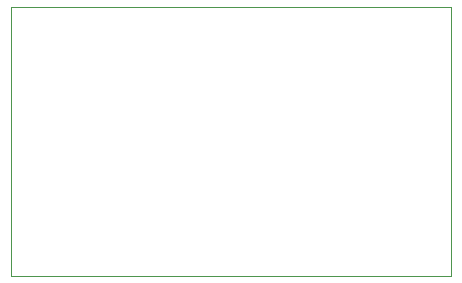
<source format=gbr>
%TF.GenerationSoftware,KiCad,Pcbnew,9.0.7*%
%TF.CreationDate,2026-03-11T14:25:24-04:00*%
%TF.ProjectId,xiaoesp32c6,7869616f-6573-4703-9332-63362e6b6963,rev?*%
%TF.SameCoordinates,Original*%
%TF.FileFunction,Profile,NP*%
%FSLAX46Y46*%
G04 Gerber Fmt 4.6, Leading zero omitted, Abs format (unit mm)*
G04 Created by KiCad (PCBNEW 9.0.7) date 2026-03-11 14:25:24*
%MOMM*%
%LPD*%
G01*
G04 APERTURE LIST*
%TA.AperFunction,Profile*%
%ADD10C,0.050000*%
%TD*%
G04 APERTURE END LIST*
D10*
X55000000Y-19750000D02*
X92250000Y-19750000D01*
X92250000Y-42500000D01*
X55000000Y-42500000D01*
X55000000Y-19750000D01*
M02*

</source>
